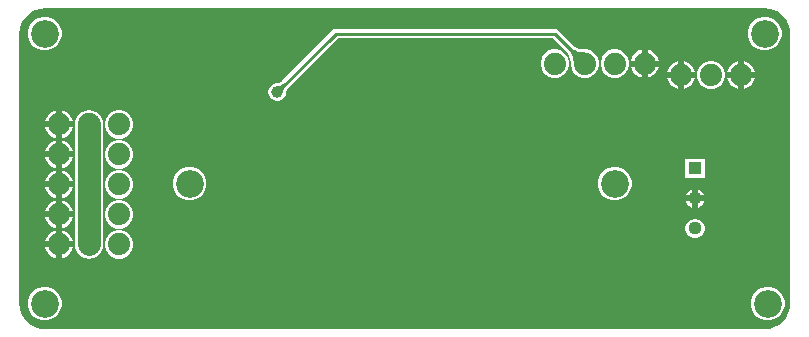
<source format=gtl>
G04*
G04 #@! TF.GenerationSoftware,Altium Limited,Altium Designer,21.6.4 (81)*
G04*
G04 Layer_Physical_Order=1*
G04 Layer_Color=255*
%FSLAX25Y25*%
%MOIN*%
G70*
G04*
G04 #@! TF.SameCoordinates,E723B31F-DAC3-422C-9DD4-3D6A13DCE0CD*
G04*
G04*
G04 #@! TF.FilePolarity,Positive*
G04*
G01*
G75*
%ADD15C,0.01000*%
%ADD21C,0.07500*%
%ADD22C,0.09252*%
%ADD23C,0.04370*%
%ADD24R,0.04370X0.04370*%
%ADD25C,0.07400*%
%ADD26C,0.03937*%
G36*
X241656Y98328D02*
X243249Y97845D01*
X244717Y97060D01*
X246004Y96004D01*
X247060Y94717D01*
X247845Y93249D01*
X248328Y91657D01*
X248484Y90068D01*
X248471Y90000D01*
Y0D01*
X248484Y-68D01*
X248328Y-1657D01*
X247845Y-3249D01*
X247060Y-4717D01*
X246004Y-6004D01*
X244717Y-7060D01*
X243249Y-7845D01*
X241656Y-8328D01*
X240068Y-8484D01*
X240000Y-8471D01*
X0D01*
X-68Y-8484D01*
X-1657Y-8328D01*
X-3249Y-7845D01*
X-4717Y-7060D01*
X-6004Y-6004D01*
X-7060Y-4717D01*
X-7845Y-3249D01*
X-8328Y-1657D01*
X-8484Y-68D01*
X-8471Y0D01*
Y90000D01*
X-8484Y90068D01*
X-8328Y91657D01*
X-7845Y93249D01*
X-7060Y94717D01*
X-6004Y96004D01*
X-4717Y97060D01*
X-3249Y97845D01*
X-1657Y98328D01*
X-68Y98484D01*
X0Y98471D01*
X240000D01*
X240068Y98484D01*
X241656Y98328D01*
D02*
G37*
%LPC*%
G36*
X240741Y95626D02*
X239259D01*
X237828Y95243D01*
X236546Y94502D01*
X235498Y93454D01*
X234757Y92172D01*
X234374Y90741D01*
Y89259D01*
X234757Y87828D01*
X235498Y86546D01*
X236546Y85498D01*
X237828Y84757D01*
X239259Y84374D01*
X240741D01*
X242172Y84757D01*
X243454Y85498D01*
X244502Y86546D01*
X245243Y87828D01*
X245626Y89259D01*
Y90741D01*
X245243Y92172D01*
X244502Y93454D01*
X243454Y94502D01*
X242172Y95243D01*
X240741Y95626D01*
D02*
G37*
G36*
X741D02*
X-741D01*
X-2172Y95243D01*
X-3454Y94502D01*
X-4502Y93454D01*
X-5243Y92172D01*
X-5626Y90741D01*
Y89259D01*
X-5243Y87828D01*
X-4502Y86546D01*
X-3454Y85498D01*
X-2172Y84757D01*
X-741Y84374D01*
X741D01*
X2172Y84757D01*
X3454Y85498D01*
X4502Y86546D01*
X5243Y87828D01*
X5626Y89259D01*
Y90741D01*
X5243Y92172D01*
X4502Y93454D01*
X3454Y94502D01*
X2172Y95243D01*
X741Y95626D01*
D02*
G37*
G36*
X201000Y84598D02*
Y81000D01*
X204598D01*
X204380Y81814D01*
X203761Y82886D01*
X202886Y83761D01*
X201814Y84380D01*
X201000Y84598D01*
D02*
G37*
G36*
X199000D02*
X198186Y84380D01*
X197114Y83761D01*
X196239Y82886D01*
X195620Y81814D01*
X195402Y81000D01*
X199000D01*
Y84598D01*
D02*
G37*
G36*
X233094Y80774D02*
Y77176D01*
X236691D01*
X236473Y77990D01*
X235855Y79062D01*
X234980Y79936D01*
X233908Y80555D01*
X233094Y80774D01*
D02*
G37*
G36*
X213094D02*
Y77176D01*
X216691D01*
X216473Y77990D01*
X215855Y79062D01*
X214980Y79936D01*
X213908Y80555D01*
X213094Y80774D01*
D02*
G37*
G36*
X231094D02*
X230279Y80555D01*
X229208Y79936D01*
X228333Y79062D01*
X227714Y77990D01*
X227496Y77176D01*
X231094D01*
Y80774D01*
D02*
G37*
G36*
X211094D02*
X210279Y80555D01*
X209208Y79936D01*
X208333Y79062D01*
X207714Y77990D01*
X207496Y77176D01*
X211094D01*
Y80774D01*
D02*
G37*
G36*
X204598Y79000D02*
X201000D01*
Y75402D01*
X201814Y75620D01*
X202886Y76239D01*
X203761Y77114D01*
X204380Y78186D01*
X204598Y79000D01*
D02*
G37*
G36*
X199000D02*
X195402D01*
X195620Y78186D01*
X196239Y77114D01*
X197114Y76239D01*
X198186Y75620D01*
X199000Y75402D01*
Y79000D01*
D02*
G37*
G36*
X190619Y84700D02*
X189381D01*
X188186Y84380D01*
X187114Y83761D01*
X186239Y82886D01*
X185620Y81814D01*
X185300Y80619D01*
Y79381D01*
X185620Y78186D01*
X186239Y77114D01*
X187114Y76239D01*
X188186Y75620D01*
X189381Y75300D01*
X190619D01*
X191814Y75620D01*
X192886Y76239D01*
X193761Y77114D01*
X194380Y78186D01*
X194700Y79381D01*
Y80619D01*
X194380Y81814D01*
X193761Y82886D01*
X192886Y83761D01*
X191814Y84380D01*
X190619Y84700D01*
D02*
G37*
G36*
X170000Y91529D02*
X97000D01*
X96512Y91432D01*
X96415Y91413D01*
X95919Y91081D01*
X78958Y74121D01*
X78797Y73986D01*
X78622Y73858D01*
X78452Y73751D01*
X78288Y73665D01*
X78130Y73598D01*
X77977Y73548D01*
X77828Y73514D01*
X77679Y73495D01*
X77482Y73487D01*
X77403Y73469D01*
X77109D01*
X76354Y73266D01*
X75677Y72875D01*
X75125Y72323D01*
X74734Y71646D01*
X74532Y70891D01*
Y70109D01*
X74734Y69354D01*
X75125Y68677D01*
X75677Y68125D01*
X76354Y67734D01*
X77109Y67532D01*
X77891D01*
X78646Y67734D01*
X79323Y68125D01*
X79875Y68677D01*
X80266Y69354D01*
X80468Y70109D01*
Y70403D01*
X80487Y70482D01*
X80495Y70679D01*
X80514Y70828D01*
X80548Y70977D01*
X80598Y71130D01*
X80665Y71288D01*
X80751Y71452D01*
X80858Y71622D01*
X80986Y71797D01*
X81121Y71959D01*
X97633Y88471D01*
X169367D01*
X173871Y83966D01*
X174020Y83805D01*
X174289Y83462D01*
X174524Y83104D01*
X174726Y82729D01*
X174898Y82337D01*
X175037Y81924D01*
X175146Y81490D01*
X175223Y81034D01*
X175268Y80553D01*
X175281Y80013D01*
X175300Y79928D01*
Y79381D01*
X175620Y78186D01*
X176239Y77114D01*
X177114Y76239D01*
X178186Y75620D01*
X179381Y75300D01*
X180619D01*
X181814Y75620D01*
X182886Y76239D01*
X183761Y77114D01*
X184380Y78186D01*
X184700Y79381D01*
Y80619D01*
X184380Y81814D01*
X183761Y82886D01*
X182886Y83761D01*
X181814Y84380D01*
X180619Y84700D01*
X180072D01*
X179987Y84719D01*
X179447Y84732D01*
X178966Y84777D01*
X178510Y84854D01*
X178076Y84963D01*
X177663Y85102D01*
X177271Y85274D01*
X176896Y85476D01*
X176538Y85711D01*
X176195Y85980D01*
X176034Y86129D01*
X171081Y91081D01*
X170585Y91413D01*
X170000Y91529D01*
D02*
G37*
G36*
X170619Y84700D02*
X169381D01*
X168186Y84380D01*
X167114Y83761D01*
X166239Y82886D01*
X165620Y81814D01*
X165300Y80619D01*
Y79381D01*
X165620Y78186D01*
X166239Y77114D01*
X167114Y76239D01*
X168186Y75620D01*
X169381Y75300D01*
X170619D01*
X171814Y75620D01*
X172886Y76239D01*
X173761Y77114D01*
X174380Y78186D01*
X174700Y79381D01*
Y80619D01*
X174380Y81814D01*
X173761Y82886D01*
X172886Y83761D01*
X171814Y84380D01*
X170619Y84700D01*
D02*
G37*
G36*
X236691Y75176D02*
X233094D01*
Y71578D01*
X233908Y71796D01*
X234980Y72415D01*
X235855Y73290D01*
X236473Y74361D01*
X236691Y75176D01*
D02*
G37*
G36*
X216691D02*
X213094D01*
Y71578D01*
X213908Y71796D01*
X214980Y72415D01*
X215855Y73290D01*
X216473Y74361D01*
X216691Y75176D01*
D02*
G37*
G36*
X231094D02*
X227496D01*
X227714Y74361D01*
X228333Y73290D01*
X229208Y72415D01*
X230279Y71796D01*
X231094Y71578D01*
Y75176D01*
D02*
G37*
G36*
X211094D02*
X207496D01*
X207714Y74361D01*
X208333Y73290D01*
X209208Y72415D01*
X210279Y71796D01*
X211094Y71578D01*
Y75176D01*
D02*
G37*
G36*
X222712Y80876D02*
X221475D01*
X220280Y80555D01*
X219208Y79936D01*
X218333Y79062D01*
X217714Y77990D01*
X217394Y76794D01*
Y75557D01*
X217714Y74361D01*
X218333Y73290D01*
X219208Y72415D01*
X220280Y71796D01*
X221475Y71476D01*
X222712D01*
X223908Y71796D01*
X224979Y72415D01*
X225855Y73290D01*
X226473Y74361D01*
X226794Y75557D01*
Y76794D01*
X226473Y77990D01*
X225855Y79062D01*
X224979Y79936D01*
X223908Y80555D01*
X222712Y80876D01*
D02*
G37*
G36*
X5757Y64289D02*
Y60691D01*
X9355D01*
X9137Y61505D01*
X8518Y62577D01*
X7643Y63452D01*
X6571Y64070D01*
X5757Y64289D01*
D02*
G37*
G36*
X3757D02*
X2943Y64070D01*
X1871Y63452D01*
X996Y62577D01*
X377Y61505D01*
X159Y60691D01*
X3757D01*
Y64289D01*
D02*
G37*
G36*
X9355Y58691D02*
X5757D01*
Y55093D01*
X6571Y55311D01*
X7643Y55930D01*
X8518Y56805D01*
X9137Y57876D01*
X9355Y58691D01*
D02*
G37*
G36*
X3757D02*
X159D01*
X377Y57876D01*
X996Y56805D01*
X1871Y55930D01*
X2943Y55311D01*
X3757Y55093D01*
Y58691D01*
D02*
G37*
G36*
X25376Y64391D02*
X24138D01*
X22943Y64070D01*
X21871Y63452D01*
X20996Y62577D01*
X20377Y61505D01*
X20057Y60309D01*
Y59072D01*
X20377Y57876D01*
X20996Y56805D01*
X21871Y55930D01*
X22943Y55311D01*
X24138Y54991D01*
X25376D01*
X26571Y55311D01*
X27643Y55930D01*
X28518Y56805D01*
X29137Y57876D01*
X29457Y59072D01*
Y60309D01*
X29137Y61505D01*
X28518Y62577D01*
X27643Y63452D01*
X26571Y64070D01*
X25376Y64391D01*
D02*
G37*
G36*
X5757Y54289D02*
Y50691D01*
X9355D01*
X9137Y51505D01*
X8518Y52577D01*
X7643Y53452D01*
X6571Y54070D01*
X5757Y54289D01*
D02*
G37*
G36*
X3757D02*
X2943Y54070D01*
X1871Y53452D01*
X996Y52577D01*
X377Y51505D01*
X159Y50691D01*
X3757D01*
Y54289D01*
D02*
G37*
G36*
X9355Y48691D02*
X5757D01*
Y45093D01*
X6571Y45311D01*
X7643Y45930D01*
X8518Y46805D01*
X9137Y47877D01*
X9355Y48691D01*
D02*
G37*
G36*
X3757D02*
X159D01*
X377Y47877D01*
X996Y46805D01*
X1871Y45930D01*
X2943Y45311D01*
X3757Y45093D01*
Y48691D01*
D02*
G37*
G36*
X25376Y54391D02*
X24138D01*
X22943Y54070D01*
X21871Y53452D01*
X20996Y52577D01*
X20377Y51505D01*
X20057Y50309D01*
Y49072D01*
X20377Y47877D01*
X20996Y46805D01*
X21871Y45930D01*
X22943Y45311D01*
X24138Y44991D01*
X25376D01*
X26571Y45311D01*
X27643Y45930D01*
X28518Y46805D01*
X29137Y47877D01*
X29457Y49072D01*
Y50309D01*
X29137Y51505D01*
X28518Y52577D01*
X27643Y53452D01*
X26571Y54070D01*
X25376Y54391D01*
D02*
G37*
G36*
X219938Y48213D02*
X213568D01*
Y41842D01*
X219938D01*
Y48213D01*
D02*
G37*
G36*
X5757Y44289D02*
Y40691D01*
X9355D01*
X9137Y41505D01*
X8518Y42577D01*
X7643Y43452D01*
X6571Y44070D01*
X5757Y44289D01*
D02*
G37*
G36*
X3757D02*
X2943Y44070D01*
X1871Y43452D01*
X996Y42577D01*
X377Y41505D01*
X159Y40691D01*
X3757D01*
Y44289D01*
D02*
G37*
G36*
X217754Y38057D02*
Y36027D01*
X219783D01*
X219722Y36257D01*
X219302Y36983D01*
X218709Y37576D01*
X217983Y37995D01*
X217754Y38057D01*
D02*
G37*
G36*
X215754D02*
X215524Y37995D01*
X214798Y37576D01*
X214205Y36983D01*
X213786Y36257D01*
X213724Y36027D01*
X215754D01*
Y38057D01*
D02*
G37*
G36*
X9355Y38691D02*
X5757D01*
Y35093D01*
X6571Y35311D01*
X7643Y35930D01*
X8518Y36805D01*
X9137Y37876D01*
X9355Y38691D01*
D02*
G37*
G36*
X3757D02*
X159D01*
X377Y37876D01*
X996Y36805D01*
X1871Y35930D01*
X2943Y35311D01*
X3757Y35093D01*
Y38691D01*
D02*
G37*
G36*
X25376Y44391D02*
X24138D01*
X22943Y44070D01*
X21871Y43452D01*
X20996Y42577D01*
X20377Y41505D01*
X20057Y40309D01*
Y39072D01*
X20377Y37876D01*
X20996Y36805D01*
X21871Y35930D01*
X22943Y35311D01*
X24138Y34991D01*
X25376D01*
X26571Y35311D01*
X27643Y35930D01*
X28518Y36805D01*
X29137Y37876D01*
X29457Y39072D01*
Y40309D01*
X29137Y41505D01*
X28518Y42577D01*
X27643Y43452D01*
X26571Y44070D01*
X25376Y44391D01*
D02*
G37*
G36*
X190741Y45626D02*
X189259D01*
X187828Y45243D01*
X186546Y44502D01*
X185498Y43454D01*
X184757Y42172D01*
X184374Y40741D01*
Y39259D01*
X184757Y37828D01*
X185498Y36546D01*
X186546Y35498D01*
X187828Y34757D01*
X189259Y34374D01*
X190741D01*
X192172Y34757D01*
X193454Y35498D01*
X194502Y36546D01*
X195243Y37828D01*
X195626Y39259D01*
Y40741D01*
X195243Y42172D01*
X194502Y43454D01*
X193454Y44502D01*
X192172Y45243D01*
X190741Y45626D01*
D02*
G37*
G36*
X49008D02*
X47527D01*
X46096Y45243D01*
X44813Y44502D01*
X43766Y43454D01*
X43025Y42172D01*
X42642Y40741D01*
Y39259D01*
X43025Y37828D01*
X43766Y36546D01*
X44813Y35498D01*
X46096Y34757D01*
X47527Y34374D01*
X49008D01*
X50439Y34757D01*
X51722Y35498D01*
X52770Y36546D01*
X53510Y37828D01*
X53894Y39259D01*
Y40741D01*
X53510Y42172D01*
X52770Y43454D01*
X51722Y44502D01*
X50439Y45243D01*
X49008Y45626D01*
D02*
G37*
G36*
X219783Y34027D02*
X217754D01*
Y31998D01*
X217983Y32059D01*
X218709Y32479D01*
X219302Y33072D01*
X219722Y33798D01*
X219783Y34027D01*
D02*
G37*
G36*
X215754D02*
X213724D01*
X213786Y33798D01*
X214205Y33072D01*
X214798Y32479D01*
X215524Y32059D01*
X215754Y31998D01*
Y34027D01*
D02*
G37*
G36*
X5757Y34288D02*
Y30691D01*
X9355D01*
X9137Y31505D01*
X8518Y32577D01*
X7643Y33452D01*
X6571Y34070D01*
X5757Y34288D01*
D02*
G37*
G36*
X3757D02*
X2943Y34070D01*
X1871Y33452D01*
X996Y32577D01*
X377Y31505D01*
X159Y30691D01*
X3757D01*
Y34288D01*
D02*
G37*
G36*
X9355Y28691D02*
X5757D01*
Y25093D01*
X6571Y25311D01*
X7643Y25930D01*
X8518Y26805D01*
X9137Y27876D01*
X9355Y28691D01*
D02*
G37*
G36*
X3757D02*
X159D01*
X377Y27876D01*
X996Y26805D01*
X1871Y25930D01*
X2943Y25311D01*
X3757Y25093D01*
Y28691D01*
D02*
G37*
G36*
X25376Y34391D02*
X24138D01*
X22943Y34070D01*
X21871Y33452D01*
X20996Y32577D01*
X20377Y31505D01*
X20057Y30309D01*
Y29072D01*
X20377Y27876D01*
X20996Y26805D01*
X21871Y25930D01*
X22943Y25311D01*
X24138Y24991D01*
X25376D01*
X26571Y25311D01*
X27643Y25930D01*
X28518Y26805D01*
X29137Y27876D01*
X29457Y29072D01*
Y30309D01*
X29137Y31505D01*
X28518Y32577D01*
X27643Y33452D01*
X26571Y34070D01*
X25376Y34391D01*
D02*
G37*
G36*
X217173Y28212D02*
X216334D01*
X215524Y27995D01*
X214798Y27576D01*
X214205Y26983D01*
X213786Y26257D01*
X213568Y25447D01*
Y24608D01*
X213786Y23798D01*
X214205Y23072D01*
X214798Y22479D01*
X215524Y22059D01*
X216334Y21842D01*
X217173D01*
X217983Y22059D01*
X218709Y22479D01*
X219302Y23072D01*
X219722Y23798D01*
X219938Y24608D01*
Y25447D01*
X219722Y26257D01*
X219302Y26983D01*
X218709Y27576D01*
X217983Y27995D01*
X217173Y28212D01*
D02*
G37*
G36*
X5757Y24288D02*
Y20691D01*
X9355D01*
X9137Y21505D01*
X8518Y22577D01*
X7643Y23452D01*
X6571Y24070D01*
X5757Y24288D01*
D02*
G37*
G36*
X3757D02*
X2943Y24070D01*
X1871Y23452D01*
X996Y22577D01*
X377Y21505D01*
X159Y20691D01*
X3757D01*
Y24288D01*
D02*
G37*
G36*
X9355Y18691D02*
X5757D01*
Y15093D01*
X6571Y15311D01*
X7643Y15930D01*
X8518Y16805D01*
X9137Y17877D01*
X9355Y18691D01*
D02*
G37*
G36*
X3757D02*
X159D01*
X377Y17877D01*
X996Y16805D01*
X1871Y15930D01*
X2943Y15311D01*
X3757Y15093D01*
Y18691D01*
D02*
G37*
G36*
X25376Y24391D02*
X24138D01*
X22943Y24070D01*
X21871Y23452D01*
X20996Y22577D01*
X20377Y21505D01*
X20057Y20310D01*
Y19072D01*
X20377Y17877D01*
X20996Y16805D01*
X21871Y15930D01*
X22943Y15311D01*
X24138Y14991D01*
X25376D01*
X26571Y15311D01*
X27643Y15930D01*
X28518Y16805D01*
X29137Y17877D01*
X29457Y19072D01*
Y20310D01*
X29137Y21505D01*
X28518Y22577D01*
X27643Y23452D01*
X26571Y24070D01*
X25376Y24391D01*
D02*
G37*
G36*
X14757Y64482D02*
X13517Y64318D01*
X12362Y63840D01*
X11369Y63078D01*
X10608Y62086D01*
X10129Y60931D01*
X9966Y59691D01*
Y19691D01*
X10129Y18451D01*
X10608Y17295D01*
X11369Y16303D01*
X12362Y15542D01*
X13517Y15063D01*
X14757Y14900D01*
X15997Y15063D01*
X17153Y15542D01*
X18145Y16303D01*
X18906Y17295D01*
X19385Y18451D01*
X19548Y19691D01*
Y59691D01*
X19385Y60931D01*
X18906Y62086D01*
X18145Y63078D01*
X17153Y63840D01*
X15997Y64318D01*
X14757Y64482D01*
D02*
G37*
G36*
X241741Y5626D02*
X240259D01*
X238828Y5243D01*
X237546Y4502D01*
X236498Y3454D01*
X235757Y2172D01*
X235374Y741D01*
Y-741D01*
X235757Y-2172D01*
X236498Y-3454D01*
X237546Y-4502D01*
X238828Y-5243D01*
X240259Y-5626D01*
X241741D01*
X243172Y-5243D01*
X244454Y-4502D01*
X245502Y-3454D01*
X246243Y-2172D01*
X246626Y-741D01*
Y741D01*
X246243Y2172D01*
X245502Y3454D01*
X244454Y4502D01*
X243172Y5243D01*
X241741Y5626D01*
D02*
G37*
G36*
X741D02*
X-741D01*
X-2172Y5243D01*
X-3454Y4502D01*
X-4502Y3454D01*
X-5243Y2172D01*
X-5626Y741D01*
Y-741D01*
X-5243Y-2172D01*
X-4502Y-3454D01*
X-3454Y-4502D01*
X-2172Y-5243D01*
X-741Y-5626D01*
X741D01*
X2172Y-5243D01*
X3454Y-4502D01*
X4502Y-3454D01*
X5243Y-2172D01*
X5626Y-741D01*
Y741D01*
X5243Y2172D01*
X4502Y3454D01*
X3454Y4502D01*
X2172Y5243D01*
X741Y5626D01*
D02*
G37*
%LPD*%
G36*
X175534Y85203D02*
X175943Y84882D01*
X176373Y84600D01*
X176824Y84356D01*
X177295Y84151D01*
X177787Y83984D01*
X178300Y83855D01*
X178834Y83765D01*
X179388Y83713D01*
X179963Y83700D01*
X176300Y80037D01*
X176287Y80612D01*
X176235Y81166D01*
X176145Y81700D01*
X176016Y82213D01*
X175849Y82705D01*
X175644Y83176D01*
X175400Y83627D01*
X175118Y84057D01*
X174797Y84466D01*
X174438Y84855D01*
X175145Y85562D01*
X175534Y85203D01*
D02*
G37*
G36*
X80592Y72885D02*
X80376Y72657D01*
X80183Y72427D01*
X80014Y72195D01*
X79867Y71961D01*
X79743Y71726D01*
X79642Y71488D01*
X79564Y71249D01*
X79509Y71008D01*
X79477Y70765D01*
X79468Y70520D01*
X77520Y72468D01*
X77765Y72477D01*
X78008Y72509D01*
X78249Y72564D01*
X78488Y72642D01*
X78726Y72743D01*
X78961Y72867D01*
X79195Y73014D01*
X79427Y73183D01*
X79657Y73376D01*
X79885Y73592D01*
X80592Y72885D01*
D02*
G37*
D15*
X77500Y70500D02*
X97000Y90000D01*
X170000D01*
X180000Y80000D01*
D21*
X14757Y19691D02*
Y59691D01*
D22*
X190000Y40000D02*
D03*
X48268D02*
D03*
X0Y90000D02*
D03*
X241000Y0D02*
D03*
X240000Y90000D02*
D03*
X0Y0D02*
D03*
D23*
X216754Y25027D02*
D03*
Y35027D02*
D03*
D24*
Y45027D02*
D03*
D25*
X200000Y80000D02*
D03*
X190000D02*
D03*
X180000D02*
D03*
X170000D02*
D03*
X232094Y76176D02*
D03*
X222094D02*
D03*
X212094D02*
D03*
X24757Y39691D02*
D03*
X14757D02*
D03*
X4757D02*
D03*
X24757Y29691D02*
D03*
X14757D02*
D03*
X4757D02*
D03*
X24757Y59691D02*
D03*
X14757D02*
D03*
X4757D02*
D03*
X24757Y49691D02*
D03*
X14757D02*
D03*
X4757D02*
D03*
X24757Y19691D02*
D03*
X14757D02*
D03*
X4757D02*
D03*
D26*
X104000Y83000D02*
D03*
X86000Y93000D02*
D03*
X133000Y56000D02*
D03*
X129000Y33000D02*
D03*
X105000Y58000D02*
D03*
X71000Y67000D02*
D03*
X174000Y5000D02*
D03*
X173000Y31000D02*
D03*
Y47000D02*
D03*
Y62000D02*
D03*
X48000Y6000D02*
D03*
X68000D02*
D03*
X48000Y17000D02*
D03*
X68000D02*
D03*
X48000Y27000D02*
D03*
X68000D02*
D03*
Y40000D02*
D03*
X77500Y70500D02*
D03*
X40000Y57000D02*
D03*
M02*

</source>
